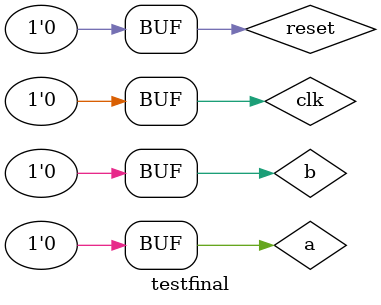
<source format=v>
`timescale 1ns / 1ps


module testfinal;

	// Inputs
	reg clk;
	reg reset;
	reg a;
	reg b;

	// Outputs
	wire [7:0] count_sseg;
	wire [3:0] an;

	// Instantiate the Unit Under Test (UUT)
	parquimetrotop uut (
		.clk(clk), 
		.reset(reset), 
		.a(a), 
		.b(b), 
		.count_sseg(count_sseg), 
		.an(an)
	);

	initial begin
		// Initialize Inputs
		clk = 0;
		reset = 1;
		a = 0;
		b = 0;

		// Wait 100 ns for global reset to finish
		#100;
		reset = 0;        
		clk = 1;
		#100;

		clk = 0;
		a = 1;
		b = 0;
		#100;
        
		clk = 1;
		#100;

		clk = 0;
		a = 1;
		b = 1;

		#100;
        
		clk = 1;
		#100;

		clk = 0;
		a = 1;
		b = 0;

		#100;
        
		clk = 1;
		#100;

		clk = 0;
		a = 0;
		b = 0;


		// Wait 100 ns for global reset to finish
		#100;
		
		clk=1;
		#100;
		
		clk=0;
		
        
		// Add stimulus here

	end
      
endmodule


</source>
